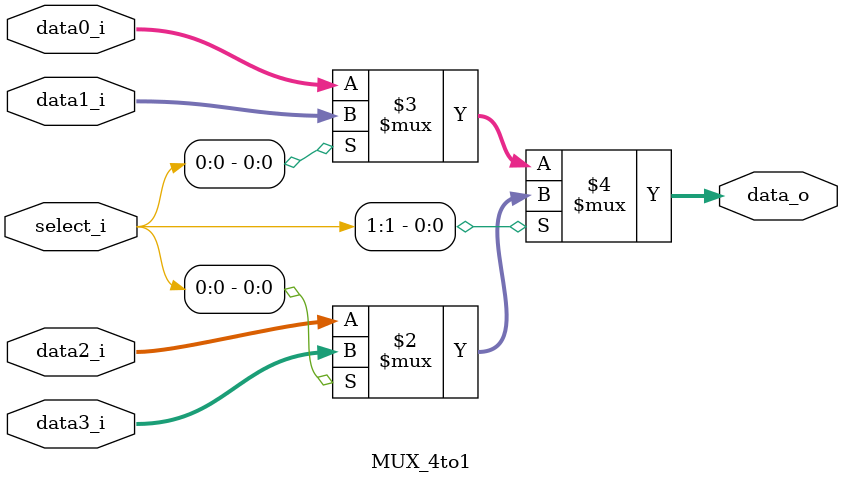
<source format=v>

`timescale 1ns/1ps

module MUX_4to1(
   data0_i,
   data1_i,
   data2_i,
   data3_i,
   select_i,
   data_o
);

parameter size = 0;			   
			
// I/O ports               
input   [size-1:0] data0_i;          
input   [size-1:0] data1_i;
input   [size-1:0] data2_i;
input   [size-1:0] data3_i;
input   [2-1:0]    select_i;
output  [size-1:0] data_o; 

// Internal Signals
reg     [size-1:0] data_o;

// Main function

always @(*) begin
	data_o <= select_i[1] ? (select_i[0] ? data3_i : data2_i) : (select_i[0] ? data1_i : data0_i);
	// case(select_i)
	// 	2'b00: data_o = data0_i;
	// 	2'b01: data_o = data1_i;
	// 	2'b10: data_o = data2_i;
	// 	2'b11: data_o = data3_i;
	// endcase
end

endmodule      
          

</source>
